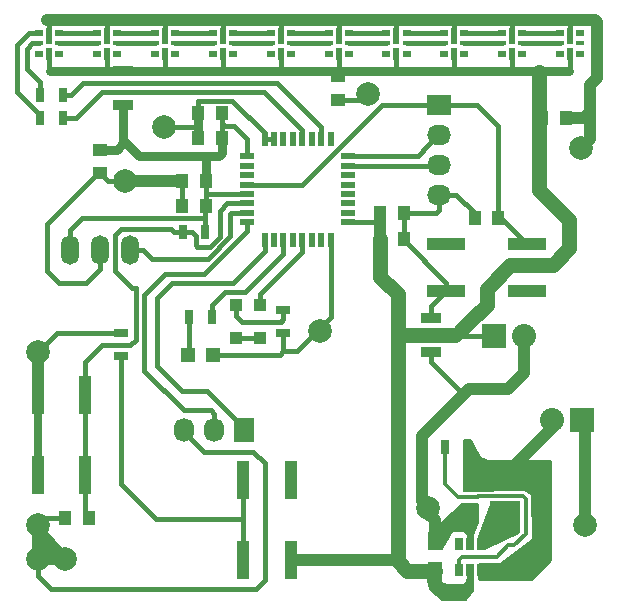
<source format=gtl>
G04 #@! TF.FileFunction,Copper,L1,Top,Signal*
%FSLAX46Y46*%
G04 Gerber Fmt 4.6, Leading zero omitted, Abs format (unit mm)*
G04 Created by KiCad (PCBNEW 4.0.2-stable) date Thursday, February 16, 2017 'PMt' 10:10:23 PM*
%MOMM*%
G01*
G04 APERTURE LIST*
%ADD10C,0.100000*%
%ADD11R,1.700000X0.900000*%
%ADD12R,1.000000X1.250000*%
%ADD13O,1.501140X2.499360*%
%ADD14C,2.000000*%
%ADD15R,1.250000X1.500000*%
%ADD16R,1.198880X1.198880*%
%ADD17R,1.000000X1.000000*%
%ADD18R,2.032000X2.032000*%
%ADD19O,2.032000X2.032000*%
%ADD20R,2.500000X2.500000*%
%ADD21R,2.032000X1.727200*%
%ADD22O,2.032000X1.727200*%
%ADD23R,1.300000X0.700000*%
%ADD24R,0.700000X1.300000*%
%ADD25R,1.200000X0.600000*%
%ADD26R,0.600000X1.200000*%
%ADD27R,0.650000X1.060000*%
%ADD28R,1.727200X2.032000*%
%ADD29O,1.727200X2.032000*%
%ADD30R,3.200000X1.000000*%
%ADD31R,1.000000X3.200000*%
%ADD32R,0.800000X0.500000*%
%ADD33R,0.800000X0.300000*%
%ADD34R,0.500000X1.000000*%
%ADD35R,0.500000X1.480000*%
%ADD36R,1.250000X1.000000*%
%ADD37C,1.016000*%
%ADD38C,0.400000*%
%ADD39C,0.793750*%
%ADD40C,0.152400*%
%ADD41C,0.700000*%
%ADD42C,1.300000*%
%ADD43C,0.304800*%
%ADD44C,0.254000*%
G04 APERTURE END LIST*
D10*
D11*
X179324000Y-86360000D03*
X179324000Y-83460000D03*
D12*
X161600000Y-66150000D03*
X159600000Y-66150000D03*
D13*
X151257000Y-77724000D03*
X153797000Y-77724000D03*
X148717000Y-77724000D03*
D11*
X153200000Y-65500000D03*
X153200000Y-62600000D03*
D14*
X146000000Y-101000000D03*
X192305000Y-101000000D03*
D12*
X185000000Y-75000000D03*
X183000000Y-75000000D03*
X150300000Y-100400000D03*
X148300000Y-100400000D03*
X160250000Y-74000000D03*
X158250000Y-74000000D03*
X161600000Y-68250000D03*
X159600000Y-68250000D03*
X160250000Y-71900000D03*
X158250000Y-71900000D03*
D15*
X182600000Y-97450000D03*
X182600000Y-99950000D03*
X179600000Y-104900000D03*
X179600000Y-102400000D03*
D16*
X158716980Y-86614000D03*
X160815020Y-86614000D03*
D17*
X164800000Y-85200000D03*
X164800000Y-82400000D03*
X162800000Y-82400000D03*
X162800000Y-85200000D03*
D18*
X192100000Y-92100000D03*
D19*
X189560000Y-92100000D03*
D20*
X185600000Y-96800000D03*
X185600000Y-100300000D03*
D21*
X180000000Y-65430000D03*
D22*
X180000000Y-67970000D03*
X180000000Y-70510000D03*
X180000000Y-73050000D03*
D18*
X184600000Y-85000000D03*
D19*
X187140000Y-85000000D03*
D23*
X153050000Y-86700000D03*
X153050000Y-84800000D03*
D24*
X158300000Y-76200000D03*
X160200000Y-76200000D03*
X158816000Y-83439000D03*
X160716000Y-83439000D03*
X146200000Y-66600000D03*
X148100000Y-66600000D03*
X146200000Y-64600000D03*
X148100000Y-64600000D03*
D23*
X166800000Y-84750000D03*
X166800000Y-82850000D03*
D24*
X182350000Y-94400000D03*
X180450000Y-94400000D03*
D25*
X163750000Y-69800000D03*
X163750000Y-70600000D03*
X163750000Y-71400000D03*
X163750000Y-72200000D03*
X163750000Y-73000000D03*
X163750000Y-73800000D03*
X163750000Y-74600000D03*
X163750000Y-75400000D03*
D26*
X165200000Y-76850000D03*
X166000000Y-76850000D03*
X166800000Y-76850000D03*
X167600000Y-76850000D03*
X168400000Y-76850000D03*
X169200000Y-76850000D03*
X170000000Y-76850000D03*
X170800000Y-76850000D03*
D25*
X172250000Y-75400000D03*
X172250000Y-74600000D03*
X172250000Y-73800000D03*
X172250000Y-73000000D03*
X172250000Y-72200000D03*
X172250000Y-71400000D03*
X172250000Y-70600000D03*
X172250000Y-69800000D03*
D26*
X170800000Y-68350000D03*
X170000000Y-68350000D03*
X169200000Y-68350000D03*
X168400000Y-68350000D03*
X167600000Y-68350000D03*
X166800000Y-68350000D03*
X166000000Y-68350000D03*
X165200000Y-68350000D03*
D27*
X183550000Y-102600000D03*
X182600000Y-102600000D03*
X181650000Y-102600000D03*
X181650000Y-104800000D03*
X183550000Y-104800000D03*
X182600000Y-104800000D03*
D28*
X163500000Y-93000000D03*
D29*
X160960000Y-93000000D03*
X158420000Y-93000000D03*
D12*
X175000000Y-74600000D03*
X177000000Y-74600000D03*
X175000000Y-76800000D03*
X177000000Y-76800000D03*
D30*
X180600000Y-81200000D03*
X187400000Y-81200000D03*
X187400000Y-77200000D03*
X180600000Y-77200000D03*
D31*
X167400000Y-104000000D03*
X167400000Y-97200000D03*
X163400000Y-97200000D03*
X163400000Y-104000000D03*
X150000000Y-96800000D03*
X150000000Y-90000000D03*
X146000000Y-90000000D03*
X146000000Y-96800000D03*
D32*
X146090000Y-61130000D03*
D33*
X146090000Y-60230000D03*
X147790000Y-60230000D03*
D32*
X146090000Y-59330000D03*
X147790000Y-59330000D03*
X147790000Y-61130000D03*
D34*
X146940000Y-61130000D03*
D35*
X146940000Y-59640000D03*
D32*
X170617775Y-61130000D03*
D33*
X170617775Y-60230000D03*
X172317775Y-60230000D03*
D32*
X170617775Y-59330000D03*
X172317775Y-59330000D03*
X172317775Y-61130000D03*
D34*
X171467775Y-61130000D03*
D35*
X171467775Y-59640000D03*
D32*
X150995555Y-61130000D03*
D33*
X150995555Y-60230000D03*
X152695555Y-60230000D03*
D32*
X150995555Y-59330000D03*
X152695555Y-59330000D03*
X152695555Y-61130000D03*
D34*
X151845555Y-61130000D03*
D35*
X151845555Y-59640000D03*
D32*
X175523330Y-61130000D03*
D33*
X175523330Y-60230000D03*
X177223330Y-60230000D03*
D32*
X175523330Y-59330000D03*
X177223330Y-59330000D03*
X177223330Y-61130000D03*
D34*
X176373330Y-61130000D03*
D35*
X176373330Y-59640000D03*
D32*
X155901110Y-61130000D03*
D33*
X155901110Y-60230000D03*
X157601110Y-60230000D03*
D32*
X155901110Y-59330000D03*
X157601110Y-59330000D03*
X157601110Y-61130000D03*
D34*
X156751110Y-61130000D03*
D35*
X156751110Y-59640000D03*
D32*
X180428885Y-61130000D03*
D33*
X180428885Y-60230000D03*
X182128885Y-60230000D03*
D32*
X180428885Y-59330000D03*
X182128885Y-59330000D03*
X182128885Y-61130000D03*
D34*
X181278885Y-61130000D03*
D35*
X181278885Y-59640000D03*
D32*
X160806665Y-61130000D03*
D33*
X160806665Y-60230000D03*
X162506665Y-60230000D03*
D32*
X160806665Y-59330000D03*
X162506665Y-59330000D03*
X162506665Y-61130000D03*
D34*
X161656665Y-61130000D03*
D35*
X161656665Y-59640000D03*
D32*
X185334440Y-61130000D03*
D33*
X185334440Y-60230000D03*
X187034440Y-60230000D03*
D32*
X185334440Y-59330000D03*
X187034440Y-59330000D03*
X187034440Y-61130000D03*
D34*
X186184440Y-61130000D03*
D35*
X186184440Y-59640000D03*
D32*
X165712220Y-61130000D03*
D33*
X165712220Y-60230000D03*
X167412220Y-60230000D03*
D32*
X165712220Y-59330000D03*
X167412220Y-59330000D03*
X167412220Y-61130000D03*
D34*
X166562220Y-61130000D03*
D35*
X166562220Y-59640000D03*
D32*
X190239995Y-61130000D03*
D33*
X190239995Y-60230000D03*
X191939995Y-60230000D03*
D32*
X190239995Y-59330000D03*
X191939995Y-59330000D03*
X191939995Y-61130000D03*
D34*
X191089995Y-61130000D03*
D35*
X191089995Y-59640000D03*
D12*
X188722000Y-66548000D03*
X190722000Y-66548000D03*
D36*
X151257000Y-69231000D03*
X151257000Y-71231000D03*
X171450000Y-63024000D03*
X171450000Y-65024000D03*
D14*
X173990000Y-64516000D03*
X148336000Y-103886000D03*
X179068000Y-99568000D03*
X192024000Y-69088000D03*
X169926000Y-84582000D03*
X146000000Y-103886000D03*
X156718000Y-67310000D03*
X153416000Y-71900000D03*
X146050000Y-86360000D03*
D37*
X146000000Y-103886000D02*
X147000000Y-103886000D01*
X147000000Y-103886000D02*
X148336000Y-103886000D01*
X146000000Y-101000000D02*
X146000000Y-102414213D01*
X146000000Y-102414213D02*
X147000000Y-103414213D01*
X147000000Y-103414213D02*
X147000000Y-103886000D01*
X193167000Y-58293000D02*
X191008000Y-58293000D01*
X191008000Y-58293000D02*
X186182000Y-58293000D01*
D38*
X191089995Y-59640000D02*
X191089995Y-58374995D01*
X191089995Y-58374995D02*
X191008000Y-58293000D01*
D37*
X186182000Y-58293000D02*
X183642000Y-58293000D01*
D38*
X186184440Y-58295440D02*
X186182000Y-58293000D01*
X186184440Y-59640000D02*
X186184440Y-58295440D01*
D37*
X183642000Y-58293000D02*
X181229000Y-58293000D01*
X181229000Y-58293000D02*
X176403000Y-58293000D01*
D38*
X181278885Y-59640000D02*
X181278885Y-58342885D01*
X181278885Y-58342885D02*
X181229000Y-58293000D01*
X176373330Y-58322670D02*
X176403000Y-58293000D01*
D37*
X176403000Y-58293000D02*
X171450000Y-58293000D01*
D38*
X176373330Y-59640000D02*
X176373330Y-58322670D01*
D37*
X171450000Y-58293000D02*
X168529000Y-58293000D01*
D38*
X171467775Y-59640000D02*
X171467775Y-58310775D01*
X171467775Y-58310775D02*
X171450000Y-58293000D01*
D37*
X168529000Y-58293000D02*
X166497000Y-58293000D01*
X166497000Y-58293000D02*
X161671000Y-58293000D01*
D38*
X166562220Y-59640000D02*
X166562220Y-58358220D01*
X166562220Y-58358220D02*
X166497000Y-58293000D01*
D37*
X161671000Y-58293000D02*
X156718000Y-58293000D01*
D38*
X161656665Y-59640000D02*
X161656665Y-58307335D01*
X161656665Y-58307335D02*
X161671000Y-58293000D01*
D37*
X156718000Y-58293000D02*
X151765000Y-58293000D01*
D38*
X156751110Y-59640000D02*
X156751110Y-58326110D01*
X156751110Y-58326110D02*
X156718000Y-58293000D01*
D37*
X151765000Y-58293000D02*
X146812000Y-58293000D01*
D38*
X151845555Y-59640000D02*
X151845555Y-58373555D01*
X151845555Y-58373555D02*
X151765000Y-58293000D01*
X146940000Y-59640000D02*
X146940000Y-58421000D01*
X146940000Y-58421000D02*
X146812000Y-58293000D01*
D37*
X193347996Y-58473996D02*
X193167000Y-58293000D01*
X193347996Y-58473996D02*
X193293599Y-58419599D01*
X192746000Y-63794000D02*
X193347996Y-63192004D01*
X193347996Y-63192004D02*
X193347996Y-58473996D01*
X192746000Y-66040000D02*
X192746000Y-63794000D01*
D38*
X171450000Y-65024000D02*
X173482000Y-65024000D01*
X173482000Y-65024000D02*
X173990000Y-64516000D01*
D37*
X146000000Y-101000000D02*
X146000000Y-101550000D01*
X146000000Y-101550000D02*
X148336000Y-103886000D01*
D38*
X165200000Y-105664000D02*
X165200000Y-95800000D01*
X147125787Y-106426000D02*
X164438000Y-106426000D01*
X164438000Y-106426000D02*
X165200000Y-105664000D01*
X146000000Y-103886000D02*
X146000000Y-105300213D01*
X146000000Y-105300213D02*
X147125787Y-106426000D01*
D37*
X179068000Y-99568000D02*
X178500000Y-99000000D01*
X179600000Y-102400000D02*
X179600000Y-100584000D01*
X179068000Y-99568000D02*
X179068000Y-100052000D01*
X179068000Y-100052000D02*
X179600000Y-100584000D01*
X182084000Y-89916000D02*
X182500000Y-89500000D01*
X182500000Y-89500000D02*
X185778000Y-89500000D01*
X185778000Y-89500000D02*
X187140000Y-88138000D01*
X187140000Y-88138000D02*
X187140000Y-85000000D01*
X192238000Y-66548000D02*
X192746000Y-66040000D01*
X192746000Y-66040000D02*
X192746000Y-68366000D01*
X192746000Y-68366000D02*
X192024000Y-69088000D01*
X190722000Y-66548000D02*
X192238000Y-66548000D01*
D38*
X169800000Y-84400000D02*
X169800000Y-84456000D01*
X169800000Y-84456000D02*
X169926000Y-84582000D01*
D37*
X146000000Y-101000000D02*
X146000000Y-103886000D01*
D39*
X159600000Y-67310000D02*
X159600000Y-68100000D01*
X159600000Y-66000000D02*
X159600000Y-67310000D01*
D38*
X159600000Y-67310000D02*
X156718000Y-67310000D01*
X150112680Y-80518000D02*
X147828000Y-80518000D01*
X146812000Y-75551000D02*
X146812000Y-79502000D01*
X146812000Y-79502000D02*
X147828000Y-80518000D01*
X151257000Y-71231000D02*
X151132000Y-71231000D01*
X151132000Y-71231000D02*
X146812000Y-75551000D01*
X153416000Y-71900000D02*
X151926000Y-71900000D01*
X151926000Y-71900000D02*
X151257000Y-71231000D01*
D37*
X153416000Y-71900000D02*
X158250000Y-71900000D01*
D38*
X153050000Y-84800000D02*
X147610000Y-84800000D01*
X146050000Y-86360000D02*
X147610000Y-84800000D01*
D37*
X146000000Y-90000000D02*
X146000000Y-86410000D01*
X146000000Y-86410000D02*
X146050000Y-86360000D01*
X178500000Y-93500000D02*
X182084000Y-89916000D01*
D38*
X179324000Y-86360000D02*
X179324000Y-87210000D01*
X179324000Y-87210000D02*
X182030000Y-89916000D01*
X182030000Y-89916000D02*
X182084000Y-89916000D01*
X179324000Y-83460000D02*
X179324000Y-82476000D01*
X179324000Y-82476000D02*
X180600000Y-81200000D01*
D40*
X186184440Y-59640000D02*
X186184440Y-59150000D01*
X186184440Y-59150000D02*
X186182000Y-59147560D01*
X156751110Y-59640000D02*
X156751110Y-59150000D01*
D38*
X160815020Y-86614000D02*
X166476320Y-86614000D01*
X166476320Y-86614000D02*
X166800000Y-86290320D01*
X151257000Y-77724000D02*
X151257000Y-79373680D01*
X151257000Y-79373680D02*
X150112680Y-80518000D01*
X165200000Y-68350000D02*
X165200000Y-67840678D01*
X165200000Y-67840678D02*
X162459322Y-65100000D01*
X162459322Y-65100000D02*
X159625000Y-65100000D01*
X159625000Y-65100000D02*
X159600000Y-65125000D01*
X159600000Y-65125000D02*
X159600000Y-66150000D01*
X159600000Y-66150000D02*
X159600000Y-66025000D01*
X167909680Y-86290320D02*
X169800000Y-84400000D01*
X169800000Y-84400000D02*
X170800000Y-83400000D01*
X164200000Y-94800000D02*
X160067600Y-94800000D01*
X160067600Y-94800000D02*
X158420000Y-93152400D01*
X158420000Y-93152400D02*
X158420000Y-93000000D01*
X165200000Y-95800000D02*
X164200000Y-94800000D01*
X177000000Y-76800000D02*
X177000000Y-76925000D01*
X177000000Y-76925000D02*
X180600000Y-80525000D01*
X180000000Y-73050000D02*
X181450000Y-73050000D01*
X181450000Y-73050000D02*
X183000000Y-74600000D01*
D37*
X178500000Y-99000000D02*
X178500000Y-93500000D01*
D38*
X177000000Y-74600000D02*
X179713600Y-74600000D01*
X179713600Y-74600000D02*
X180000000Y-74313600D01*
X180000000Y-74313600D02*
X180000000Y-73050000D01*
D39*
X159500000Y-68200000D02*
X159600000Y-68100000D01*
D38*
X166800000Y-86290320D02*
X167909680Y-86290320D01*
X166800000Y-84750000D02*
X166800000Y-86290320D01*
X170800000Y-83400000D02*
X170800000Y-76850000D01*
X158250000Y-71900000D02*
X158250000Y-74000000D01*
X159600000Y-65875000D02*
X159600000Y-66000000D01*
X177000000Y-74600000D02*
X177000000Y-76800000D01*
X165200000Y-68350000D02*
X166000000Y-68350000D01*
X159600000Y-67675000D02*
X159600000Y-68100000D01*
D41*
X146000000Y-96800000D02*
X146000000Y-90000000D01*
D38*
X148300000Y-100400000D02*
X146600000Y-100400000D01*
X146600000Y-100400000D02*
X146000000Y-101000000D01*
X180600000Y-80525000D02*
X180600000Y-81200000D01*
D37*
X192305000Y-101000000D02*
X192305000Y-92305000D01*
X192305000Y-92305000D02*
X192100000Y-92100000D01*
D38*
X185000000Y-67200000D02*
X183230000Y-65430000D01*
X183230000Y-65430000D02*
X180000000Y-65430000D01*
X185000000Y-74600000D02*
X185000000Y-67200000D01*
X185000000Y-74600000D02*
X185000000Y-74800000D01*
X185000000Y-74800000D02*
X187400000Y-77200000D01*
X168400000Y-72200000D02*
X175170000Y-65430000D01*
X175170000Y-65430000D02*
X180000000Y-65430000D01*
X163750000Y-72200000D02*
X168400000Y-72200000D01*
X150000000Y-90000000D02*
X150000000Y-96800000D01*
X153035000Y-75946000D02*
X157296000Y-75946000D01*
X157296000Y-75946000D02*
X157550000Y-76200000D01*
X157550000Y-76200000D02*
X158300000Y-76200000D01*
X152527000Y-76454000D02*
X153035000Y-75946000D01*
X152527000Y-79502000D02*
X152527000Y-76454000D01*
X154020180Y-80995180D02*
X152527000Y-79502000D01*
X154300000Y-80995180D02*
X154020180Y-80995180D01*
X158300000Y-76200000D02*
X159050000Y-76200000D01*
X159050000Y-76200000D02*
X159400000Y-76550000D01*
X159400000Y-76550000D02*
X159400000Y-77350000D01*
X160552410Y-77447590D02*
X161400000Y-76600000D01*
X159400000Y-77350000D02*
X159497590Y-77447590D01*
X159497590Y-77447590D02*
X160552410Y-77447590D01*
X161400000Y-76600000D02*
X161400000Y-74450000D01*
X162050000Y-73800000D02*
X163750000Y-73800000D01*
X161400000Y-74450000D02*
X162050000Y-73800000D01*
X150000000Y-90000000D02*
X150000000Y-87250000D01*
X150000000Y-87250000D02*
X151450000Y-85800000D01*
X154300000Y-85350000D02*
X154300000Y-80995180D01*
X151450000Y-85800000D02*
X153850000Y-85800000D01*
X153850000Y-85800000D02*
X154300000Y-85350000D01*
X150000000Y-90000000D02*
X150000000Y-88900000D01*
X158300000Y-76200000D02*
X158300000Y-76500000D01*
X150000000Y-100100000D02*
X150300000Y-100400000D01*
X150000000Y-96800000D02*
X150000000Y-100100000D01*
X182626000Y-85000000D02*
X181864000Y-85000000D01*
X184600000Y-85000000D02*
X182626000Y-85000000D01*
X182626000Y-85000000D02*
X181368000Y-85000000D01*
D42*
X179900000Y-84950000D02*
X176568000Y-84950000D01*
X181864000Y-84504000D02*
X182626000Y-83742000D01*
X182626000Y-83742000D02*
X184000000Y-82368000D01*
X179814000Y-84950000D02*
X181350000Y-84950000D01*
D37*
X181368000Y-85000000D02*
X182626000Y-83742000D01*
D42*
X184000000Y-82368000D02*
X184000000Y-81000000D01*
X184000000Y-81000000D02*
X186000000Y-79000000D01*
X188442441Y-72618441D02*
X188442441Y-65786000D01*
X186000000Y-79000000D02*
X189600000Y-79000000D01*
X189600000Y-79000000D02*
X191000000Y-77600000D01*
X191000000Y-75176000D02*
X188442441Y-72618441D01*
X191000000Y-77600000D02*
X191000000Y-75176000D01*
D37*
X167400000Y-104000000D02*
X176390000Y-104000000D01*
X176390000Y-104000000D02*
X176500000Y-104110000D01*
D42*
X177290000Y-104900000D02*
X176500000Y-104110000D01*
X176500000Y-104110000D02*
X176500000Y-85000000D01*
X177290000Y-104900000D02*
X179600000Y-104900000D01*
X188442441Y-65786000D02*
X188442441Y-62625559D01*
D38*
X188722000Y-66548000D02*
X188722000Y-66065559D01*
X188722000Y-66065559D02*
X188442441Y-65786000D01*
D37*
X188442441Y-62625559D02*
X188468000Y-62600000D01*
D39*
X188468000Y-62600000D02*
X191000000Y-62600000D01*
X186200000Y-62600000D02*
X188468000Y-62600000D01*
X151257000Y-69231000D02*
X152675750Y-69231000D01*
X152675750Y-69231000D02*
X153200000Y-68706750D01*
X153200000Y-68706750D02*
X153200000Y-68400000D01*
D38*
X160200000Y-76200000D02*
X160200000Y-75057000D01*
X148717000Y-77724000D02*
X148717000Y-76074320D01*
X160200000Y-75057000D02*
X160200000Y-74050000D01*
X148717000Y-76074320D02*
X149734320Y-75057000D01*
X149734320Y-75057000D02*
X160200000Y-75057000D01*
X153200000Y-62550000D02*
X151450000Y-62550000D01*
D42*
X176500000Y-85000000D02*
X176500000Y-81500000D01*
D39*
X154600000Y-69800000D02*
X160200000Y-69800000D01*
X160200000Y-69800000D02*
X161318750Y-69800000D01*
X160250000Y-71900000D02*
X160250000Y-69850000D01*
X160250000Y-69850000D02*
X160200000Y-69800000D01*
X153200000Y-65450000D02*
X153200000Y-68400000D01*
X153200000Y-68400000D02*
X154600000Y-69800000D01*
X161600000Y-69518750D02*
X161600000Y-68100000D01*
X161318750Y-69800000D02*
X161600000Y-69518750D01*
D37*
X175000000Y-74600000D02*
X175000000Y-76800000D01*
D42*
X176500000Y-81500000D02*
X175000000Y-80000000D01*
X175000000Y-80000000D02*
X175000000Y-76800000D01*
D38*
X160200000Y-74050000D02*
X160250000Y-74000000D01*
X161800000Y-67200000D02*
X161600000Y-67000000D01*
X161800000Y-67200000D02*
X162600000Y-67200000D01*
X161600000Y-66000000D02*
X161600000Y-67000000D01*
X161600000Y-67000000D02*
X161600000Y-68100000D01*
X175000000Y-74600000D02*
X175000000Y-75400000D01*
X175000000Y-75400000D02*
X175000000Y-76800000D01*
X172250000Y-75400000D02*
X175000000Y-75400000D01*
X162600000Y-67200000D02*
X163750000Y-68350000D01*
X163750000Y-68350000D02*
X163750000Y-69800000D01*
X161600000Y-68100000D02*
X161600000Y-67800000D01*
X160250000Y-73000000D02*
X160250000Y-74000000D01*
X160250000Y-71900000D02*
X160250000Y-73000000D01*
X160250000Y-73000000D02*
X163750000Y-73000000D01*
D39*
X151800000Y-62600000D02*
X151400000Y-62600000D01*
X151400000Y-62600000D02*
X147000000Y-62600000D01*
D38*
X151450000Y-62550000D02*
X151400000Y-62600000D01*
D39*
X156600000Y-62600000D02*
X151800000Y-62600000D01*
D38*
X151845555Y-62554445D02*
X151800000Y-62600000D01*
D39*
X156600000Y-62600000D02*
X161800000Y-62600000D01*
D38*
X156751110Y-62448890D02*
X156600000Y-62600000D01*
X161656665Y-62456665D02*
X161800000Y-62600000D01*
X146940000Y-62540000D02*
X146940000Y-61130000D01*
X147000000Y-62600000D02*
X146940000Y-62540000D01*
D39*
X171400000Y-62600000D02*
X176400000Y-62600000D01*
X166400000Y-62600000D02*
X171400000Y-62600000D01*
D38*
X171467775Y-61130000D02*
X171467775Y-62532225D01*
X171467775Y-62532225D02*
X171400000Y-62600000D01*
D39*
X176400000Y-62600000D02*
X181400000Y-62600000D01*
D38*
X176373330Y-62573330D02*
X176400000Y-62600000D01*
X181278885Y-62478885D02*
X181400000Y-62600000D01*
D39*
X161800000Y-62600000D02*
X166400000Y-62600000D01*
D38*
X166562220Y-62437780D02*
X166400000Y-62600000D01*
D39*
X181400000Y-62600000D02*
X186200000Y-62600000D01*
D38*
X151845555Y-61130000D02*
X151845555Y-62554445D01*
X176373330Y-61130000D02*
X176373330Y-62573330D01*
X156751110Y-61130000D02*
X156751110Y-62448890D01*
X181278885Y-61130000D02*
X181278885Y-62478885D01*
X161656665Y-61130000D02*
X161656665Y-62456665D01*
X186184440Y-61130000D02*
X186184440Y-62584440D01*
X186184440Y-62584440D02*
X186200000Y-62600000D01*
X166562220Y-61130000D02*
X166562220Y-62437780D01*
X191089995Y-61130000D02*
X191089995Y-62510005D01*
X191089995Y-62510005D02*
X191000000Y-62600000D01*
D37*
X189560000Y-92100000D02*
X189560000Y-92840000D01*
X189560000Y-92840000D02*
X185600000Y-96800000D01*
D38*
X158816000Y-83439000D02*
X158816000Y-86514980D01*
X158816000Y-86514980D02*
X158716980Y-86614000D01*
X162800000Y-85200000D02*
X164800000Y-85200000D01*
X164800000Y-82400000D02*
X164800000Y-81500000D01*
X164800000Y-81500000D02*
X168400000Y-77900000D01*
X168400000Y-77900000D02*
X168400000Y-76850000D01*
X166600000Y-83800000D02*
X163300000Y-83800000D01*
X163300000Y-83800000D02*
X162800000Y-83300000D01*
X166800000Y-82850000D02*
X166800000Y-83600000D01*
X166800000Y-83600000D02*
X166600000Y-83800000D01*
X162800000Y-82400000D02*
X162800000Y-83300000D01*
X172250000Y-69800000D02*
X178170000Y-69800000D01*
X178584000Y-69233600D02*
X179847600Y-67970000D01*
X178170000Y-69800000D02*
X178584000Y-69386000D01*
X178584000Y-69386000D02*
X178584000Y-69233600D01*
X179847600Y-67970000D02*
X180000000Y-67970000D01*
X172250000Y-70600000D02*
X179910000Y-70600000D01*
X179910000Y-70600000D02*
X180000000Y-70510000D01*
X163576000Y-81280000D02*
X166800000Y-78056000D01*
X166800000Y-78056000D02*
X166800000Y-76850000D01*
X161825000Y-81280000D02*
X163576000Y-81280000D01*
X160716000Y-83439000D02*
X160716000Y-82389000D01*
X160716000Y-82389000D02*
X161825000Y-81280000D01*
X146200000Y-66600000D02*
X146200000Y-66300000D01*
X146200000Y-66300000D02*
X144250000Y-64350000D01*
X144250000Y-64350000D02*
X144250000Y-60370000D01*
X144250000Y-60370000D02*
X145290000Y-59330000D01*
X145290000Y-59330000D02*
X146090000Y-59330000D01*
X151400000Y-64400000D02*
X149200000Y-66600000D01*
X149200000Y-66600000D02*
X148100000Y-66600000D01*
X165184322Y-64400000D02*
X151400000Y-64400000D01*
X168400000Y-68350000D02*
X168400000Y-67615678D01*
X168400000Y-67615678D02*
X165184322Y-64400000D01*
X146090000Y-60230000D02*
X145550000Y-60230000D01*
X145050000Y-62400000D02*
X145050000Y-60730000D01*
X145050000Y-60730000D02*
X145550000Y-60230000D01*
X146200000Y-64600000D02*
X146200000Y-63550000D01*
X146200000Y-63550000D02*
X145050000Y-62400000D01*
X148100000Y-64600000D02*
X148850000Y-64600000D01*
X166250000Y-63600000D02*
X170000000Y-67350000D01*
X148850000Y-64600000D02*
X149850000Y-63600000D01*
X149850000Y-63600000D02*
X166250000Y-63600000D01*
X170000000Y-67350000D02*
X170000000Y-68350000D01*
D43*
X183250000Y-98650000D02*
X182450000Y-98650000D01*
X182450000Y-98650000D02*
X181550000Y-98650000D01*
X180450000Y-97550000D02*
X181550000Y-98650000D01*
X181550000Y-98650000D02*
X182450000Y-98650000D01*
X187050000Y-98600000D02*
X183300000Y-98600000D01*
X183300000Y-98600000D02*
X183250000Y-98650000D01*
X181650000Y-104800000D02*
X181650000Y-103965200D01*
X181650000Y-103965200D02*
X181915200Y-103700000D01*
X186351358Y-102748642D02*
X187300000Y-101800000D01*
X181915200Y-103700000D02*
X184850000Y-103700000D01*
X184850000Y-103700000D02*
X185801358Y-102748642D01*
X187300000Y-101800000D02*
X187300000Y-98850000D01*
X185801358Y-102748642D02*
X186351358Y-102748642D01*
X187300000Y-98850000D02*
X187050000Y-98600000D01*
X180450000Y-97550000D02*
X180450000Y-94400000D01*
D38*
X153797000Y-77724000D02*
X154947570Y-77724000D01*
X154947570Y-77724000D02*
X155709570Y-78486000D01*
X155709570Y-78486000D02*
X160401000Y-78486000D01*
X160401000Y-78486000D02*
X162306000Y-76581000D01*
X162306000Y-76581000D02*
X162306000Y-74676000D01*
X162306000Y-74676000D02*
X162382000Y-74600000D01*
X162382000Y-74600000D02*
X163750000Y-74600000D01*
X150995555Y-60230000D02*
X148800002Y-60230000D01*
X148800002Y-60230000D02*
X148750001Y-60179999D01*
X148750001Y-60179999D02*
X147790000Y-60179999D01*
X147790000Y-59330000D02*
X150995555Y-59330000D01*
X170617775Y-60230000D02*
X169817775Y-60230000D01*
X169817775Y-60230000D02*
X169767774Y-60179999D01*
X169767774Y-60179999D02*
X167412220Y-60179999D01*
X175523330Y-60230000D02*
X173327777Y-60230000D01*
X173327777Y-60230000D02*
X173277776Y-60179999D01*
X173277776Y-60179999D02*
X172317775Y-60179999D01*
X167412220Y-59330000D02*
X170617775Y-59330000D01*
X172317775Y-59330000D02*
X175523330Y-59330000D01*
X155901110Y-60230000D02*
X153705557Y-60230000D01*
X153705557Y-60230000D02*
X153655556Y-60179999D01*
X153655556Y-60179999D02*
X152695555Y-60179999D01*
X152695555Y-59330000D02*
X155901110Y-59330000D01*
X178183331Y-60179999D02*
X177223330Y-60179999D01*
X180428885Y-60230000D02*
X178233332Y-60230000D01*
X178233332Y-60230000D02*
X178183331Y-60179999D01*
X177223330Y-59330000D02*
X180428885Y-59330000D01*
X160806665Y-60230000D02*
X158611112Y-60230000D01*
X158611112Y-60230000D02*
X158561111Y-60179999D01*
X158561111Y-60179999D02*
X157601110Y-60179999D01*
X157601110Y-59330000D02*
X160806665Y-59330000D01*
X185334440Y-60230000D02*
X183138887Y-60230000D01*
X183138887Y-60230000D02*
X183088886Y-60179999D01*
X183088886Y-60179999D02*
X182128885Y-60179999D01*
X182128885Y-59330000D02*
X185334440Y-59330000D01*
X165712220Y-60230000D02*
X163516667Y-60230000D01*
X163516667Y-60230000D02*
X163466666Y-60179999D01*
X163466666Y-60179999D02*
X162506665Y-60179999D01*
X162506665Y-59330000D02*
X165712220Y-59330000D01*
X190239995Y-60230000D02*
X188044442Y-60230000D01*
X188044442Y-60230000D02*
X187994441Y-60179999D01*
X187994441Y-60179999D02*
X187034440Y-60179999D01*
X187034440Y-59330000D02*
X190239995Y-59330000D01*
X156000000Y-100500000D02*
X153050000Y-97550000D01*
X153050000Y-86700000D02*
X153050000Y-97550000D01*
X163400000Y-100500000D02*
X156000000Y-100500000D01*
X163400000Y-97200000D02*
X163400000Y-100500000D01*
X163400000Y-100500000D02*
X163400000Y-104000000D01*
X155000000Y-87950000D02*
X155000000Y-81550000D01*
X156750000Y-79800000D02*
X155000000Y-81550000D01*
X160050000Y-79800000D02*
X156750000Y-79800000D01*
X158370184Y-91320184D02*
X155000000Y-87950000D01*
X160696184Y-91320184D02*
X158370184Y-91320184D01*
X160960000Y-93000000D02*
X160960000Y-91584000D01*
X160960000Y-91584000D02*
X160696184Y-91320184D01*
X163750000Y-76100000D02*
X163750000Y-75400000D01*
X160050000Y-79800000D02*
X163750000Y-76100000D01*
X163500000Y-93000000D02*
X163500000Y-92847600D01*
X163500000Y-92847600D02*
X160352400Y-89700000D01*
X162550000Y-80500000D02*
X165200000Y-77850000D01*
X160352400Y-89700000D02*
X158250000Y-89700000D01*
X157400000Y-80500000D02*
X162550000Y-80500000D01*
X158250000Y-89700000D02*
X156100000Y-87550000D01*
X156100000Y-87550000D02*
X156100000Y-81800000D01*
X156100000Y-81800000D02*
X157400000Y-80500000D01*
X165200000Y-76850000D02*
X165200000Y-77850000D01*
D44*
G36*
X183387941Y-95259765D02*
X183420022Y-95298653D01*
X183449972Y-95316731D01*
X184149972Y-95616731D01*
X184200000Y-95627000D01*
X189373000Y-95627000D01*
X189373000Y-103947394D01*
X187747394Y-105573000D01*
X183327000Y-105573000D01*
X183327000Y-104327000D01*
X185100000Y-104327000D01*
X185149410Y-104316994D01*
X185175594Y-104302052D01*
X187875594Y-102302052D01*
X187909342Y-102264601D01*
X187926956Y-102196659D01*
X187826956Y-98396659D01*
X187815654Y-98347529D01*
X187786128Y-98306667D01*
X187756796Y-98286408D01*
X187156796Y-97986408D01*
X187097510Y-97973024D01*
X182127000Y-98070485D01*
X182127000Y-93827000D01*
X182623800Y-93827000D01*
X183387941Y-95259765D01*
X183387941Y-95259765D01*
G37*
X183387941Y-95259765D02*
X183420022Y-95298653D01*
X183449972Y-95316731D01*
X184149972Y-95616731D01*
X184200000Y-95627000D01*
X189373000Y-95627000D01*
X189373000Y-103947394D01*
X187747394Y-105573000D01*
X183327000Y-105573000D01*
X183327000Y-104327000D01*
X185100000Y-104327000D01*
X185149410Y-104316994D01*
X185175594Y-104302052D01*
X187875594Y-102302052D01*
X187909342Y-102264601D01*
X187926956Y-102196659D01*
X187826956Y-98396659D01*
X187815654Y-98347529D01*
X187786128Y-98306667D01*
X187756796Y-98286408D01*
X187156796Y-97986408D01*
X187097510Y-97973024D01*
X182127000Y-98070485D01*
X182127000Y-93827000D01*
X182623800Y-93827000D01*
X183387941Y-95259765D01*
G36*
X183173000Y-100775541D02*
X182782083Y-101752833D01*
X182773374Y-101790260D01*
X182682394Y-102973000D01*
X182427000Y-102973000D01*
X182427000Y-101900000D01*
X182416994Y-101850590D01*
X182389803Y-101810197D01*
X182089803Y-101510197D01*
X182047789Y-101482334D01*
X182000000Y-101473000D01*
X181100000Y-101473000D01*
X181050590Y-101483006D01*
X181008965Y-101511447D01*
X180991098Y-101534659D01*
X180128093Y-102973000D01*
X179127000Y-102973000D01*
X179127000Y-101756706D01*
X181948595Y-99227000D01*
X183173000Y-99227000D01*
X183173000Y-100775541D01*
X183173000Y-100775541D01*
G37*
X183173000Y-100775541D02*
X182782083Y-101752833D01*
X182773374Y-101790260D01*
X182682394Y-102973000D01*
X182427000Y-102973000D01*
X182427000Y-101900000D01*
X182416994Y-101850590D01*
X182389803Y-101810197D01*
X182089803Y-101510197D01*
X182047789Y-101482334D01*
X182000000Y-101473000D01*
X181100000Y-101473000D01*
X181050590Y-101483006D01*
X181008965Y-101511447D01*
X180991098Y-101534659D01*
X180128093Y-102973000D01*
X179127000Y-102973000D01*
X179127000Y-101756706D01*
X181948595Y-99227000D01*
X183173000Y-99227000D01*
X183173000Y-100775541D01*
G36*
X186673000Y-101619119D02*
X183771826Y-102973000D01*
X183327000Y-102973000D01*
X183327000Y-101924051D01*
X184386556Y-99227000D01*
X186673000Y-99227000D01*
X186673000Y-101619119D01*
X186673000Y-101619119D01*
G37*
X186673000Y-101619119D02*
X183771826Y-102973000D01*
X183327000Y-102973000D01*
X183327000Y-101924051D01*
X184386556Y-99227000D01*
X186673000Y-99227000D01*
X186673000Y-101619119D01*
G36*
X180073000Y-105800000D02*
X180083006Y-105849410D01*
X180111447Y-105891035D01*
X180143204Y-105913592D01*
X180543204Y-106113592D01*
X180600000Y-106127000D01*
X182000000Y-106127000D01*
X182049410Y-106116994D01*
X182089803Y-106089803D01*
X182289803Y-105889803D01*
X182324534Y-105824907D01*
X182424534Y-105324907D01*
X182427000Y-105300000D01*
X182427000Y-104427000D01*
X182773000Y-104427000D01*
X182773000Y-106552282D01*
X182142372Y-107273000D01*
X180245335Y-107273000D01*
X179212999Y-106428362D01*
X179027000Y-105684366D01*
X179027000Y-104327000D01*
X180073000Y-104327000D01*
X180073000Y-105800000D01*
X180073000Y-105800000D01*
G37*
X180073000Y-105800000D02*
X180083006Y-105849410D01*
X180111447Y-105891035D01*
X180143204Y-105913592D01*
X180543204Y-106113592D01*
X180600000Y-106127000D01*
X182000000Y-106127000D01*
X182049410Y-106116994D01*
X182089803Y-106089803D01*
X182289803Y-105889803D01*
X182324534Y-105824907D01*
X182424534Y-105324907D01*
X182427000Y-105300000D01*
X182427000Y-104427000D01*
X182773000Y-104427000D01*
X182773000Y-106552282D01*
X182142372Y-107273000D01*
X180245335Y-107273000D01*
X179212999Y-106428362D01*
X179027000Y-105684366D01*
X179027000Y-104327000D01*
X180073000Y-104327000D01*
X180073000Y-105800000D01*
M02*

</source>
